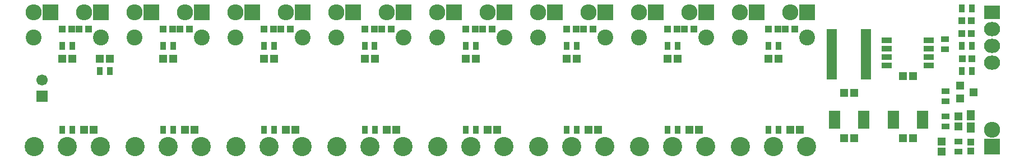
<source format=gts>
G04 #@! TF.FileFunction,Soldermask,Top*
%FSLAX46Y46*%
G04 Gerber Fmt 4.6, Leading zero omitted, Abs format (unit mm)*
G04 Created by KiCad (PCBNEW 4.0.4-1.fc25-product) date Sun Oct 23 22:01:47 2016*
%MOMM*%
%LPD*%
G01*
G04 APERTURE LIST*
%ADD10C,0.100000*%
%ADD11R,0.900000X1.300000*%
%ADD12R,1.200000X1.150000*%
%ADD13C,2.899360*%
%ADD14R,1.700000X1.700000*%
%ADD15C,1.700000*%
%ADD16R,1.100000X1.000000*%
%ADD17R,1.000000X1.100000*%
%ADD18R,1.197560X1.197560*%
%ADD19R,1.150000X1.600000*%
%ADD20R,2.432000X2.432000*%
%ADD21O,2.432000X2.432000*%
%ADD22R,2.432000X2.127200*%
%ADD23O,2.432000X2.127200*%
%ADD24R,1.200100X1.200100*%
%ADD25R,1.300000X0.900000*%
%ADD26C,2.398980*%
%ADD27R,1.600000X0.800000*%
%ADD28R,1.800000X0.700000*%
%ADD29R,1.543000X0.908000*%
G04 APERTURE END LIST*
D10*
D11*
X117590000Y-71120000D03*
X116090000Y-71120000D03*
D12*
X88900000Y-83820000D03*
X90400000Y-83820000D03*
D11*
X87110000Y-83820000D03*
X85610000Y-83820000D03*
D12*
X104140000Y-83820000D03*
X105640000Y-83820000D03*
D11*
X102350000Y-83820000D03*
X100850000Y-83820000D03*
D13*
X25400000Y-86360000D03*
X20398740Y-86360000D03*
X30401260Y-86360000D03*
D12*
X142760000Y-78232000D03*
X144260000Y-78232000D03*
X144260000Y-85090000D03*
X142760000Y-85090000D03*
X153150000Y-85090000D03*
X151650000Y-85090000D03*
X153150000Y-75692000D03*
X151650000Y-75692000D03*
X131330000Y-73025000D03*
X132830000Y-73025000D03*
X116090000Y-73025000D03*
X117590000Y-73025000D03*
X100850000Y-73025000D03*
X102350000Y-73025000D03*
X85610000Y-73025000D03*
X87110000Y-73025000D03*
X70370000Y-73025000D03*
X71870000Y-73025000D03*
X55130000Y-73025000D03*
X56630000Y-73025000D03*
X39890000Y-73025000D03*
X41390000Y-73025000D03*
X24650000Y-73025000D03*
X26150000Y-73025000D03*
D14*
X21590000Y-78740000D03*
D15*
X21590000Y-76240000D03*
D12*
X27940000Y-83820000D03*
X29440000Y-83820000D03*
X43180000Y-83820000D03*
X44680000Y-83820000D03*
X58420000Y-83820000D03*
X59920000Y-83820000D03*
X119380000Y-83820000D03*
X120880000Y-83820000D03*
X73660000Y-83820000D03*
X75160000Y-83820000D03*
X134620000Y-83820000D03*
X136120000Y-83820000D03*
D16*
X161925000Y-87060000D03*
X161925000Y-85660000D03*
D17*
X161990000Y-67310000D03*
X160590000Y-67310000D03*
D18*
X160020000Y-81800700D03*
X160020000Y-83299300D03*
D17*
X161990000Y-69215000D03*
X160590000Y-69215000D03*
X162055000Y-73025000D03*
X160655000Y-73025000D03*
D18*
X157480000Y-87109300D03*
X157480000Y-85610700D03*
D17*
X27240000Y-68580000D03*
X28640000Y-68580000D03*
X42480000Y-68580000D03*
X43880000Y-68580000D03*
X57720000Y-68580000D03*
X59120000Y-68580000D03*
X72960000Y-68580000D03*
X74360000Y-68580000D03*
X88200000Y-68580000D03*
X89600000Y-68580000D03*
X103440000Y-68580000D03*
X104840000Y-68580000D03*
X118680000Y-68580000D03*
X120080000Y-68580000D03*
X133920000Y-68580000D03*
X135320000Y-68580000D03*
D18*
X31864300Y-73025000D03*
X30365700Y-73025000D03*
D17*
X39940000Y-68580000D03*
X41340000Y-68580000D03*
X70420000Y-68580000D03*
X71820000Y-68580000D03*
X100900000Y-68580000D03*
X102300000Y-68580000D03*
X131380000Y-68580000D03*
X132780000Y-68580000D03*
X24700000Y-68580000D03*
X26100000Y-68580000D03*
X55180000Y-68580000D03*
X56580000Y-68580000D03*
X85660000Y-68580000D03*
X87060000Y-68580000D03*
X116140000Y-68580000D03*
X117540000Y-68580000D03*
D19*
X161925000Y-81600000D03*
X161925000Y-83500000D03*
D20*
X165100000Y-86360000D03*
D21*
X165100000Y-83820000D03*
D22*
X165100000Y-66040000D03*
D23*
X165100000Y-68580000D03*
X165100000Y-71120000D03*
X165100000Y-73660000D03*
D20*
X30480000Y-66040000D03*
D21*
X27940000Y-66040000D03*
D20*
X45720000Y-66040000D03*
D21*
X43180000Y-66040000D03*
D20*
X60960000Y-66040000D03*
D21*
X58420000Y-66040000D03*
D20*
X76200000Y-66040000D03*
D21*
X73660000Y-66040000D03*
D20*
X22860000Y-66040000D03*
D21*
X20320000Y-66040000D03*
D13*
X86360000Y-86360000D03*
X81358740Y-86360000D03*
X91361260Y-86360000D03*
D20*
X91440000Y-66040000D03*
D21*
X88900000Y-66040000D03*
D20*
X38100000Y-66040000D03*
D21*
X35560000Y-66040000D03*
D13*
X40640000Y-86360000D03*
X35638740Y-86360000D03*
X45641260Y-86360000D03*
X101600000Y-86360000D03*
X96598740Y-86360000D03*
X106601260Y-86360000D03*
D20*
X106680000Y-66040000D03*
D21*
X104140000Y-66040000D03*
D20*
X53340000Y-66040000D03*
D21*
X50800000Y-66040000D03*
D13*
X55880000Y-86360000D03*
X50878740Y-86360000D03*
X60881260Y-86360000D03*
X116840000Y-86360000D03*
X111838740Y-86360000D03*
X121841260Y-86360000D03*
D20*
X121920000Y-66040000D03*
D21*
X119380000Y-66040000D03*
D20*
X68580000Y-66040000D03*
D21*
X66040000Y-66040000D03*
D20*
X137160000Y-66040000D03*
D21*
X134620000Y-66040000D03*
D20*
X83820000Y-66040000D03*
D21*
X81280000Y-66040000D03*
D13*
X71120000Y-86360000D03*
X66118740Y-86360000D03*
X76121260Y-86360000D03*
X132080000Y-86360000D03*
X127078740Y-86360000D03*
X137081260Y-86360000D03*
D20*
X99060000Y-66040000D03*
D21*
X96520000Y-66040000D03*
D20*
X114300000Y-66040000D03*
D21*
X111760000Y-66040000D03*
D20*
X129540000Y-66040000D03*
D21*
X127000000Y-66040000D03*
D24*
X160289240Y-77155000D03*
X160289240Y-79055000D03*
X162288220Y-78105000D03*
D11*
X160540000Y-74930000D03*
X162040000Y-74930000D03*
D25*
X158115000Y-79490000D03*
X158115000Y-77990000D03*
D11*
X160540000Y-71120000D03*
X162040000Y-71120000D03*
X160540000Y-65405000D03*
X162040000Y-65405000D03*
D25*
X160020000Y-87110000D03*
X160020000Y-85610000D03*
X158115000Y-81800000D03*
X158115000Y-83300000D03*
D11*
X30365000Y-74930000D03*
X31865000Y-74930000D03*
D26*
X20320000Y-69850000D03*
X30480000Y-69850000D03*
X35560000Y-69850000D03*
X45720000Y-69850000D03*
X50800000Y-69850000D03*
X60960000Y-69850000D03*
X66040000Y-69850000D03*
X76200000Y-69850000D03*
X81280000Y-69850000D03*
X91440000Y-69850000D03*
X96520000Y-69850000D03*
X106680000Y-69850000D03*
X111760000Y-69850000D03*
X121920000Y-69850000D03*
X127000000Y-69850000D03*
X137160000Y-69850000D03*
D11*
X41390000Y-83820000D03*
X39890000Y-83820000D03*
X71870000Y-83820000D03*
X70370000Y-83820000D03*
X132830000Y-83820000D03*
X131330000Y-83820000D03*
X26150000Y-83820000D03*
X24650000Y-83820000D03*
X56630000Y-83820000D03*
X55130000Y-83820000D03*
X117590000Y-83820000D03*
X116090000Y-83820000D03*
D25*
X157988000Y-71616000D03*
X157988000Y-70116000D03*
D27*
X146110000Y-75882500D03*
X146110000Y-75247500D03*
X146110000Y-74612500D03*
X146110000Y-73977500D03*
X146110000Y-73342500D03*
X146110000Y-72707500D03*
X146110000Y-72072500D03*
X146110000Y-71437500D03*
X146110000Y-70802500D03*
X146110000Y-70167500D03*
X146110000Y-69532500D03*
X146110000Y-68897500D03*
X140910000Y-68897500D03*
X140910000Y-69532500D03*
X140910000Y-70167500D03*
X140910000Y-70802500D03*
X140910000Y-71437500D03*
X140910000Y-72072500D03*
X140910000Y-72707500D03*
X140910000Y-73342500D03*
X140910000Y-73977500D03*
X140910000Y-74612500D03*
X140910000Y-75247500D03*
X140910000Y-75882500D03*
D28*
X141310000Y-81296000D03*
X141310000Y-81796000D03*
X141310000Y-82296000D03*
X141310000Y-82796000D03*
X141310000Y-83296000D03*
X145710000Y-83296000D03*
X145710000Y-82796000D03*
X145710000Y-82296000D03*
X145710000Y-81796000D03*
X145710000Y-81296000D03*
X150200000Y-81296000D03*
X150200000Y-81796000D03*
X150200000Y-82296000D03*
X150200000Y-82796000D03*
X150200000Y-83296000D03*
X154600000Y-83296000D03*
X154600000Y-82796000D03*
X154600000Y-82296000D03*
X154600000Y-81796000D03*
X154600000Y-81296000D03*
D29*
X155575000Y-70231000D03*
X155575000Y-71501000D03*
X155575000Y-72771000D03*
X155575000Y-74041000D03*
X149225000Y-74041000D03*
X149225000Y-72771000D03*
X149225000Y-71501000D03*
X149225000Y-70231000D03*
D11*
X26150000Y-71120000D03*
X24650000Y-71120000D03*
X41390000Y-71120000D03*
X39890000Y-71120000D03*
X56630000Y-71120000D03*
X55130000Y-71120000D03*
X71845000Y-71120000D03*
X70345000Y-71120000D03*
X87110000Y-71120000D03*
X85610000Y-71120000D03*
X102350000Y-71120000D03*
X100850000Y-71120000D03*
X132830000Y-71120000D03*
X131330000Y-71120000D03*
M02*

</source>
